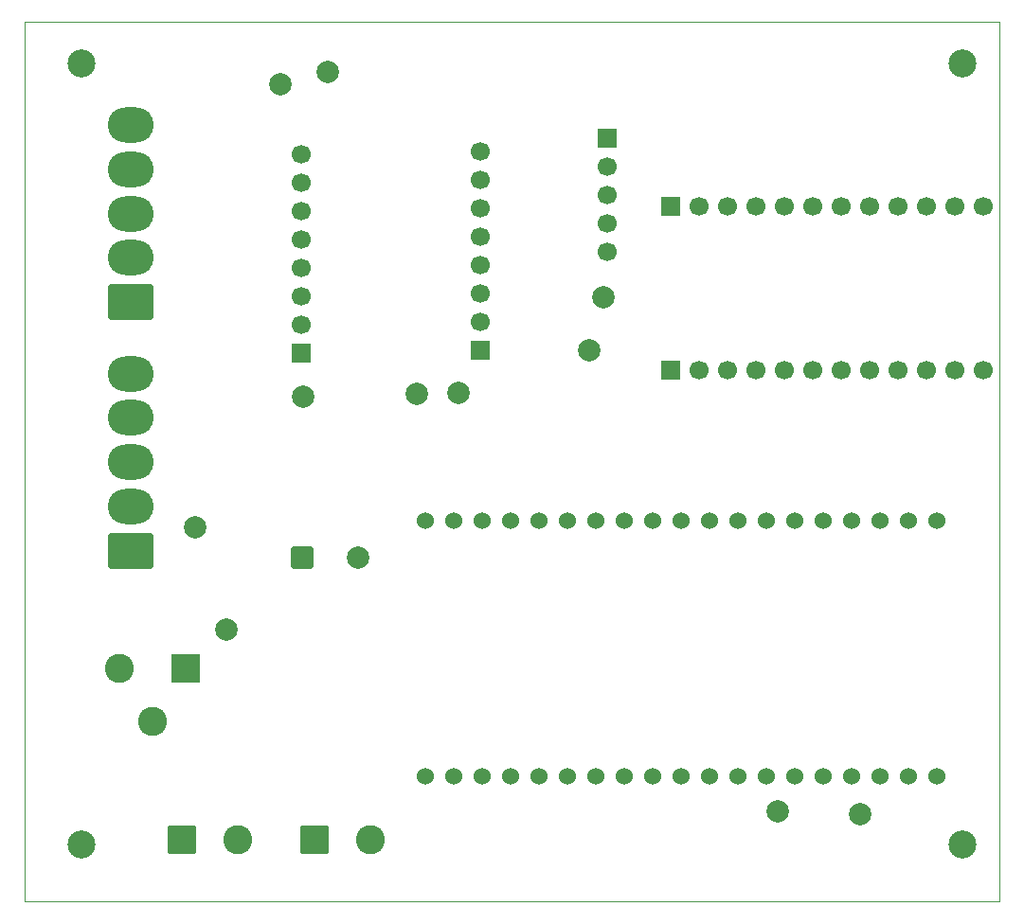
<source format=gbs>
%TF.GenerationSoftware,KiCad,Pcbnew,9.0.5*%
%TF.CreationDate,2025-11-08T17:23:47-08:00*%
%TF.ProjectId,SoftKeyboardController,536f6674-4b65-4796-926f-617264436f6e,v1.5*%
%TF.SameCoordinates,Original*%
%TF.FileFunction,Soldermask,Bot*%
%TF.FilePolarity,Negative*%
%FSLAX46Y46*%
G04 Gerber Fmt 4.6, Leading zero omitted, Abs format (unit mm)*
G04 Created by KiCad (PCBNEW 9.0.5) date 2025-11-08 17:23:47*
%MOMM*%
%LPD*%
G01*
G04 APERTURE LIST*
G04 Aperture macros list*
%AMRoundRect*
0 Rectangle with rounded corners*
0 $1 Rounding radius*
0 $2 $3 $4 $5 $6 $7 $8 $9 X,Y pos of 4 corners*
0 Add a 4 corners polygon primitive as box body*
4,1,4,$2,$3,$4,$5,$6,$7,$8,$9,$2,$3,0*
0 Add four circle primitives for the rounded corners*
1,1,$1+$1,$2,$3*
1,1,$1+$1,$4,$5*
1,1,$1+$1,$6,$7*
1,1,$1+$1,$8,$9*
0 Add four rect primitives between the rounded corners*
20,1,$1+$1,$2,$3,$4,$5,0*
20,1,$1+$1,$4,$5,$6,$7,0*
20,1,$1+$1,$6,$7,$8,$9,0*
20,1,$1+$1,$8,$9,$2,$3,0*%
G04 Aperture macros list end*
%ADD10R,1.700000X1.700000*%
%ADD11C,1.700000*%
%ADD12R,2.600000X2.600000*%
%ADD13C,2.600000*%
%ADD14RoundRect,0.250000X1.800000X-1.330000X1.800000X1.330000X-1.800000X1.330000X-1.800000X-1.330000X0*%
%ADD15O,4.100000X3.160000*%
%ADD16RoundRect,0.250000X-1.050000X-1.050000X1.050000X-1.050000X1.050000X1.050000X-1.050000X1.050000X0*%
%ADD17C,2.500000*%
%ADD18C,2.000000*%
%ADD19RoundRect,0.250000X-0.750000X-0.750000X0.750000X-0.750000X0.750000X0.750000X-0.750000X0.750000X0*%
%ADD20C,1.524000*%
%TA.AperFunction,Profile*%
%ADD21C,0.050000*%
%TD*%
G04 APERTURE END LIST*
D10*
%TO.C,J2*%
X204470000Y-53647000D03*
D11*
X204470000Y-56187000D03*
X204470000Y-58727000D03*
X204470000Y-61267000D03*
X204470000Y-63807000D03*
%TD*%
D12*
%TO.C,J1*%
X166830000Y-101091000D03*
D13*
X160830000Y-101091000D03*
X163830000Y-105791000D03*
%TD*%
D14*
%TO.C,J10*%
X161910000Y-68298000D03*
D15*
X161910000Y-64338000D03*
X161910000Y-60378000D03*
X161910000Y-56418000D03*
X161910000Y-52458000D03*
%TD*%
D16*
%TO.C,J3*%
X166470000Y-116365000D03*
D13*
X171470000Y-116365000D03*
%TD*%
D17*
%TO.C,H2*%
X157480000Y-116840000D03*
%TD*%
D18*
%TO.C,TP7*%
X179451000Y-47678000D03*
%TD*%
D19*
%TO.C,C1*%
X177210323Y-91186000D03*
D18*
X182210323Y-91186000D03*
%TD*%
D16*
%TO.C,J4*%
X178328000Y-116365000D03*
D13*
X183328000Y-116365000D03*
%TD*%
D20*
%TO.C,ESP1*%
X233934000Y-87810000D03*
X231394000Y-87810000D03*
X228854000Y-87810000D03*
X226314000Y-87810000D03*
X223774000Y-87810000D03*
X221234000Y-87810000D03*
X218694000Y-87810000D03*
X216154000Y-87810000D03*
X213614000Y-87810000D03*
X211074000Y-87810000D03*
X208534000Y-87810000D03*
X205994000Y-87810000D03*
X203454000Y-87810000D03*
X200914000Y-87810000D03*
X198374000Y-87810000D03*
X195834000Y-87810000D03*
X193294000Y-87810000D03*
X190754000Y-87810000D03*
X188214000Y-87810000D03*
X188214000Y-110670000D03*
X190754000Y-110670000D03*
X193294000Y-110670000D03*
X195834000Y-110670000D03*
X198374000Y-110670000D03*
X200914000Y-110670000D03*
X203454000Y-110670000D03*
X205994000Y-110670000D03*
X208534000Y-110670000D03*
X211074000Y-110670000D03*
X213614000Y-110670000D03*
X216154000Y-110670000D03*
X218694000Y-110670000D03*
X221234000Y-110670000D03*
X223774000Y-110670000D03*
X226314000Y-110670000D03*
X228854000Y-110670000D03*
X231394000Y-110670000D03*
X233934000Y-110670000D03*
%TD*%
D18*
%TO.C,TP6*%
X202882500Y-72633500D03*
%TD*%
%TO.C,TP11*%
X170434000Y-97589000D03*
%TD*%
%TO.C,TP2*%
X191135000Y-76380000D03*
%TD*%
%TO.C,TP4*%
X219710000Y-113845000D03*
%TD*%
D10*
%TO.C,J8*%
X177094000Y-72835000D03*
D11*
X177094000Y-70295000D03*
X177094000Y-67755000D03*
X177094000Y-65215000D03*
X177094000Y-62675000D03*
X177094000Y-60135000D03*
X177094000Y-57595000D03*
X177094000Y-55055000D03*
%TD*%
D10*
%TO.C,J7*%
X193096400Y-72616800D03*
D11*
X193096400Y-70076800D03*
X193096400Y-67536800D03*
X193096400Y-64996800D03*
X193096400Y-62456800D03*
X193096400Y-59916800D03*
X193096400Y-57376800D03*
X193096400Y-54836800D03*
%TD*%
D17*
%TO.C,H1*%
X236220000Y-116840000D03*
%TD*%
D10*
%TO.C,J6*%
X210104200Y-74349400D03*
D11*
X212644200Y-74349400D03*
X215184200Y-74349400D03*
X217724200Y-74349400D03*
X220264200Y-74349400D03*
X222804200Y-74349400D03*
X225344200Y-74349400D03*
X227884200Y-74349400D03*
X230424200Y-74349400D03*
X232964200Y-74349400D03*
X235504200Y-74349400D03*
X238044200Y-74349400D03*
%TD*%
D17*
%TO.C,H3*%
X157480000Y-46990000D03*
%TD*%
D18*
%TO.C,TP8*%
X175260000Y-48821000D03*
%TD*%
%TO.C,TP1*%
X187452000Y-76507000D03*
%TD*%
%TO.C,TP10*%
X177292000Y-76761000D03*
%TD*%
%TO.C,TP5*%
X204089000Y-67871000D03*
%TD*%
D14*
%TO.C,J9*%
X161910000Y-90523000D03*
D15*
X161910000Y-86563000D03*
X161910000Y-82603000D03*
X161910000Y-78643000D03*
X161910000Y-74683000D03*
%TD*%
D17*
%TO.C,H4*%
X236220000Y-46990000D03*
%TD*%
D10*
%TO.C,J5*%
X210133200Y-59744400D03*
D11*
X212673200Y-59744400D03*
X215213200Y-59744400D03*
X217753200Y-59744400D03*
X220293200Y-59744400D03*
X222833200Y-59744400D03*
X225373200Y-59744400D03*
X227913200Y-59744400D03*
X230453200Y-59744400D03*
X232993200Y-59744400D03*
X235533200Y-59744400D03*
X238073200Y-59744400D03*
%TD*%
D18*
%TO.C,TP9*%
X167640000Y-88445000D03*
%TD*%
%TO.C,TP3*%
X227076000Y-114099000D03*
%TD*%
D21*
X152400000Y-43233000D02*
X239522000Y-43233000D01*
X239522000Y-121920000D01*
X152400000Y-121920000D01*
X152400000Y-43233000D01*
M02*

</source>
